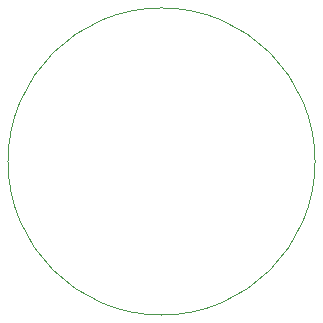
<source format=gm1>
G04 #@! TF.GenerationSoftware,KiCad,Pcbnew,9.0.4*
G04 #@! TF.CreationDate,2025-10-13T14:39:45-04:00*
G04 #@! TF.ProjectId,bldc motor controller,626c6463-206d-46f7-946f-7220636f6e74,rev?*
G04 #@! TF.SameCoordinates,Original*
G04 #@! TF.FileFunction,Profile,NP*
%FSLAX46Y46*%
G04 Gerber Fmt 4.6, Leading zero omitted, Abs format (unit mm)*
G04 Created by KiCad (PCBNEW 9.0.4) date 2025-10-13 14:39:45*
%MOMM*%
%LPD*%
G01*
G04 APERTURE LIST*
G04 #@! TA.AperFunction,Profile*
%ADD10C,0.050000*%
G04 #@! TD*
G04 APERTURE END LIST*
D10*
X155500000Y-88000000D02*
G75*
G02*
X129500000Y-88000000I-13000000J0D01*
G01*
X129500000Y-88000000D02*
G75*
G02*
X155500000Y-88000000I13000000J0D01*
G01*
M02*

</source>
